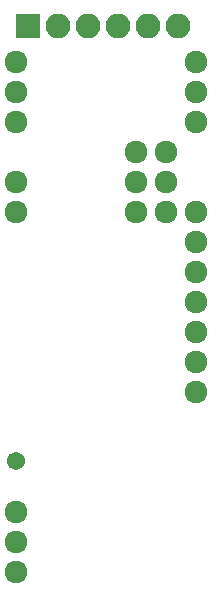
<source format=gbs>
G04 #@! TF.FileFunction,Soldermask,Bot*
%FSLAX46Y46*%
G04 Gerber Fmt 4.6, Leading zero omitted, Abs format (unit mm)*
G04 Created by KiCad (PCBNEW 4.0.4-stable) date Monday, 09. January 2017 'u29' 17:29:47*
%MOMM*%
%LPD*%
G01*
G04 APERTURE LIST*
%ADD10C,0.200000*%
%ADD11R,2.100000X2.100000*%
%ADD12O,2.100000X2.100000*%
%ADD13C,1.543000*%
%ADD14C,1.924000*%
G04 APERTURE END LIST*
D10*
D11*
X142240000Y-81026000D03*
D12*
X144780000Y-81026000D03*
X147320000Y-81026000D03*
X149860000Y-81026000D03*
X152400000Y-81026000D03*
X154940000Y-81026000D03*
D13*
X141224000Y-117856000D03*
D14*
X141224000Y-84074000D03*
X141224000Y-86614000D03*
X141224000Y-94234000D03*
X141224000Y-96774000D03*
X156464000Y-109474000D03*
X156464000Y-106934000D03*
X156464000Y-104394000D03*
X156464000Y-101854000D03*
X156464000Y-89154000D03*
X156464000Y-86614000D03*
X156464000Y-84074000D03*
X153924000Y-91694000D03*
X153924000Y-94234000D03*
X153924000Y-96774000D03*
X151384000Y-91694000D03*
X151384000Y-94234000D03*
X151384000Y-96774000D03*
X141224000Y-124714000D03*
X141224000Y-122174000D03*
X156464000Y-99314000D03*
X156464000Y-96774000D03*
X156464000Y-112014000D03*
X141224000Y-127254000D03*
X141224000Y-89154000D03*
M02*

</source>
